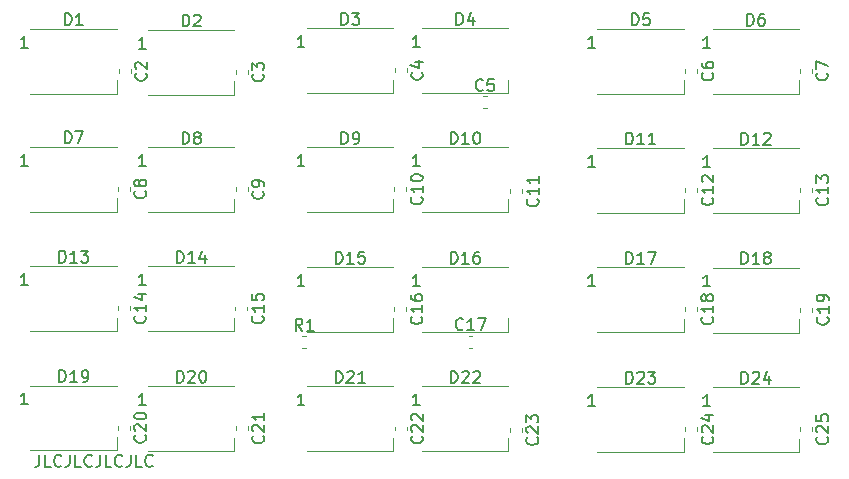
<source format=gbr>
G04 #@! TF.GenerationSoftware,KiCad,Pcbnew,(5.1.6)-1*
G04 #@! TF.CreationDate,2021-02-10T22:16:51+11:00*
G04 #@! TF.ProjectId,Caution_Light_Panel,43617574-696f-46e5-9f4c-696768745f50,rev?*
G04 #@! TF.SameCoordinates,Original*
G04 #@! TF.FileFunction,Legend,Top*
G04 #@! TF.FilePolarity,Positive*
%FSLAX46Y46*%
G04 Gerber Fmt 4.6, Leading zero omitted, Abs format (unit mm)*
G04 Created by KiCad (PCBNEW (5.1.6)-1) date 2021-02-10 22:16:51*
%MOMM*%
%LPD*%
G01*
G04 APERTURE LIST*
%ADD10C,0.150000*%
%ADD11C,0.120000*%
G04 APERTURE END LIST*
D10*
X116005952Y-108202380D02*
X116005952Y-108916666D01*
X115958333Y-109059523D01*
X115863095Y-109154761D01*
X115720238Y-109202380D01*
X115625000Y-109202380D01*
X116958333Y-109202380D02*
X116482142Y-109202380D01*
X116482142Y-108202380D01*
X117863095Y-109107142D02*
X117815476Y-109154761D01*
X117672619Y-109202380D01*
X117577380Y-109202380D01*
X117434523Y-109154761D01*
X117339285Y-109059523D01*
X117291666Y-108964285D01*
X117244047Y-108773809D01*
X117244047Y-108630952D01*
X117291666Y-108440476D01*
X117339285Y-108345238D01*
X117434523Y-108250000D01*
X117577380Y-108202380D01*
X117672619Y-108202380D01*
X117815476Y-108250000D01*
X117863095Y-108297619D01*
X118577380Y-108202380D02*
X118577380Y-108916666D01*
X118529761Y-109059523D01*
X118434523Y-109154761D01*
X118291666Y-109202380D01*
X118196428Y-109202380D01*
X119529761Y-109202380D02*
X119053571Y-109202380D01*
X119053571Y-108202380D01*
X120434523Y-109107142D02*
X120386904Y-109154761D01*
X120244047Y-109202380D01*
X120148809Y-109202380D01*
X120005952Y-109154761D01*
X119910714Y-109059523D01*
X119863095Y-108964285D01*
X119815476Y-108773809D01*
X119815476Y-108630952D01*
X119863095Y-108440476D01*
X119910714Y-108345238D01*
X120005952Y-108250000D01*
X120148809Y-108202380D01*
X120244047Y-108202380D01*
X120386904Y-108250000D01*
X120434523Y-108297619D01*
X121148809Y-108202380D02*
X121148809Y-108916666D01*
X121101190Y-109059523D01*
X121005952Y-109154761D01*
X120863095Y-109202380D01*
X120767857Y-109202380D01*
X122101190Y-109202380D02*
X121625000Y-109202380D01*
X121625000Y-108202380D01*
X123005952Y-109107142D02*
X122958333Y-109154761D01*
X122815476Y-109202380D01*
X122720238Y-109202380D01*
X122577380Y-109154761D01*
X122482142Y-109059523D01*
X122434523Y-108964285D01*
X122386904Y-108773809D01*
X122386904Y-108630952D01*
X122434523Y-108440476D01*
X122482142Y-108345238D01*
X122577380Y-108250000D01*
X122720238Y-108202380D01*
X122815476Y-108202380D01*
X122958333Y-108250000D01*
X123005952Y-108297619D01*
X123720238Y-108202380D02*
X123720238Y-108916666D01*
X123672619Y-109059523D01*
X123577380Y-109154761D01*
X123434523Y-109202380D01*
X123339285Y-109202380D01*
X124672619Y-109202380D02*
X124196428Y-109202380D01*
X124196428Y-108202380D01*
X125577380Y-109107142D02*
X125529761Y-109154761D01*
X125386904Y-109202380D01*
X125291666Y-109202380D01*
X125148809Y-109154761D01*
X125053571Y-109059523D01*
X125005952Y-108964285D01*
X124958333Y-108773809D01*
X124958333Y-108630952D01*
X125005952Y-108440476D01*
X125053571Y-108345238D01*
X125148809Y-108250000D01*
X125291666Y-108202380D01*
X125386904Y-108202380D01*
X125529761Y-108250000D01*
X125577380Y-108297619D01*
D11*
X138269721Y-98150000D02*
X138595279Y-98150000D01*
X138269721Y-99170000D02*
X138595279Y-99170000D01*
X181410000Y-105869721D02*
X181410000Y-106195279D01*
X180390000Y-105869721D02*
X180390000Y-106195279D01*
X171690000Y-105859721D02*
X171690000Y-106185279D01*
X170670000Y-105859721D02*
X170670000Y-106185279D01*
X156860000Y-105919721D02*
X156860000Y-106245279D01*
X155840000Y-105919721D02*
X155840000Y-106245279D01*
X147100000Y-105809721D02*
X147100000Y-106135279D01*
X146080000Y-105809721D02*
X146080000Y-106135279D01*
X133650000Y-105779721D02*
X133650000Y-106105279D01*
X132630000Y-105779721D02*
X132630000Y-106105279D01*
X123660000Y-105729721D02*
X123660000Y-106055279D01*
X122640000Y-105729721D02*
X122640000Y-106055279D01*
X181440000Y-95739721D02*
X181440000Y-96065279D01*
X180420000Y-95739721D02*
X180420000Y-96065279D01*
X171670000Y-95719721D02*
X171670000Y-96045279D01*
X170650000Y-95719721D02*
X170650000Y-96045279D01*
X152339721Y-98110000D02*
X152665279Y-98110000D01*
X152339721Y-99130000D02*
X152665279Y-99130000D01*
X147060000Y-95689721D02*
X147060000Y-96015279D01*
X146040000Y-95689721D02*
X146040000Y-96015279D01*
X133610000Y-95649721D02*
X133610000Y-95975279D01*
X132590000Y-95649721D02*
X132590000Y-95975279D01*
X123650000Y-95619721D02*
X123650000Y-95945279D01*
X122630000Y-95619721D02*
X122630000Y-95945279D01*
X181420000Y-85629721D02*
X181420000Y-85955279D01*
X180400000Y-85629721D02*
X180400000Y-85955279D01*
X171690000Y-85619721D02*
X171690000Y-85945279D01*
X170670000Y-85619721D02*
X170670000Y-85945279D01*
X156890000Y-85729721D02*
X156890000Y-86055279D01*
X155870000Y-85729721D02*
X155870000Y-86055279D01*
X147070000Y-85559721D02*
X147070000Y-85885279D01*
X146050000Y-85559721D02*
X146050000Y-85885279D01*
X133630000Y-85559721D02*
X133630000Y-85885279D01*
X132610000Y-85559721D02*
X132610000Y-85885279D01*
X123660000Y-85509721D02*
X123660000Y-85835279D01*
X122640000Y-85509721D02*
X122640000Y-85835279D01*
X181400000Y-75539721D02*
X181400000Y-75865279D01*
X180380000Y-75539721D02*
X180380000Y-75865279D01*
X171700000Y-75529721D02*
X171700000Y-75855279D01*
X170680000Y-75529721D02*
X170680000Y-75855279D01*
X153549721Y-77850000D02*
X153875279Y-77850000D01*
X153549721Y-78870000D02*
X153875279Y-78870000D01*
X147090000Y-75479721D02*
X147090000Y-75805279D01*
X146070000Y-75479721D02*
X146070000Y-75805279D01*
X133630000Y-75619721D02*
X133630000Y-75945279D01*
X132610000Y-75619721D02*
X132610000Y-75945279D01*
X123720000Y-75559721D02*
X123720000Y-75885279D01*
X122700000Y-75559721D02*
X122700000Y-75885279D01*
X122538000Y-77620000D02*
X122538000Y-76470000D01*
X115238000Y-77620000D02*
X122538000Y-77620000D01*
X115238000Y-72120000D02*
X122538000Y-72120000D01*
X180295000Y-77648400D02*
X180295000Y-76498400D01*
X172995000Y-77648400D02*
X180295000Y-77648400D01*
X172995000Y-72148400D02*
X180295000Y-72148400D01*
X180295000Y-107976000D02*
X180295000Y-106826000D01*
X172995000Y-107976000D02*
X180295000Y-107976000D01*
X172995000Y-102476000D02*
X180295000Y-102476000D01*
X170545000Y-107956000D02*
X170545000Y-106806000D01*
X163245000Y-107956000D02*
X170545000Y-107956000D01*
X163245000Y-102456000D02*
X170545000Y-102456000D01*
X155701000Y-107906000D02*
X155701000Y-106756000D01*
X148401000Y-107906000D02*
X155701000Y-107906000D01*
X148401000Y-102406000D02*
X155701000Y-102406000D01*
X145959000Y-107906000D02*
X145959000Y-106756000D01*
X138659000Y-107906000D02*
X145959000Y-107906000D01*
X138659000Y-102406000D02*
X145959000Y-102406000D01*
X132510000Y-107880000D02*
X132510000Y-106730000D01*
X125210000Y-107880000D02*
X132510000Y-107880000D01*
X125210000Y-102380000D02*
X132510000Y-102380000D01*
X122538000Y-107830000D02*
X122538000Y-106680000D01*
X115238000Y-107830000D02*
X122538000Y-107830000D01*
X115238000Y-102330000D02*
X122538000Y-102330000D01*
X180295000Y-97841200D02*
X180295000Y-96691200D01*
X172995000Y-97841200D02*
X180295000Y-97841200D01*
X172995000Y-92341200D02*
X180295000Y-92341200D01*
X170545000Y-97821400D02*
X170545000Y-96671400D01*
X163245000Y-97821400D02*
X170545000Y-97821400D01*
X163245000Y-92321400D02*
X170545000Y-92321400D01*
X155701000Y-97796800D02*
X155701000Y-96646800D01*
X148401000Y-97796800D02*
X155701000Y-97796800D01*
X148401000Y-92296800D02*
X155701000Y-92296800D01*
X145959000Y-97796600D02*
X145959000Y-96646600D01*
X138659000Y-97796600D02*
X145959000Y-97796600D01*
X138659000Y-92296600D02*
X145959000Y-92296600D01*
X132510000Y-97745800D02*
X132510000Y-96595800D01*
X125210000Y-97745800D02*
X132510000Y-97745800D01*
X125210000Y-92245800D02*
X132510000Y-92245800D01*
X122538000Y-97721200D02*
X122538000Y-96571200D01*
X115238000Y-97721200D02*
X122538000Y-97721200D01*
X115238000Y-92221200D02*
X122538000Y-92221200D01*
X180295000Y-87732200D02*
X180295000Y-86582200D01*
X172995000Y-87732200D02*
X180295000Y-87732200D01*
X172995000Y-82232200D02*
X180295000Y-82232200D01*
X170545000Y-87712200D02*
X170545000Y-86562200D01*
X163245000Y-87712200D02*
X170545000Y-87712200D01*
X163245000Y-82212200D02*
X170545000Y-82212200D01*
X155701000Y-87662000D02*
X155701000Y-86512000D01*
X148401000Y-87662000D02*
X155701000Y-87662000D01*
X148401000Y-82162000D02*
X155701000Y-82162000D01*
X145959000Y-87662000D02*
X145959000Y-86512000D01*
X138659000Y-87662000D02*
X145959000Y-87662000D01*
X138659000Y-82162000D02*
X145959000Y-82162000D01*
X132510000Y-87662200D02*
X132510000Y-86512200D01*
X125210000Y-87662200D02*
X132510000Y-87662200D01*
X125210000Y-82162200D02*
X132510000Y-82162200D01*
X122538000Y-87612000D02*
X122538000Y-86462000D01*
X115238000Y-87612000D02*
X122538000Y-87612000D01*
X115238000Y-82112000D02*
X122538000Y-82112000D01*
X170545000Y-77628400D02*
X170545000Y-76478400D01*
X163245000Y-77628400D02*
X170545000Y-77628400D01*
X163245000Y-72128400D02*
X170545000Y-72128400D01*
X155701000Y-77578400D02*
X155701000Y-76428400D01*
X148401000Y-77578400D02*
X155701000Y-77578400D01*
X148401000Y-72078400D02*
X155701000Y-72078400D01*
X145959000Y-77578400D02*
X145959000Y-76428400D01*
X138659000Y-77578400D02*
X145959000Y-77578400D01*
X138659000Y-72078400D02*
X145959000Y-72078400D01*
X132510000Y-77720000D02*
X132510000Y-76570000D01*
X125210000Y-77720000D02*
X132510000Y-77720000D01*
X125210000Y-72220000D02*
X132510000Y-72220000D01*
D10*
X138265833Y-97682380D02*
X137932500Y-97206190D01*
X137694404Y-97682380D02*
X137694404Y-96682380D01*
X138075357Y-96682380D01*
X138170595Y-96730000D01*
X138218214Y-96777619D01*
X138265833Y-96872857D01*
X138265833Y-97015714D01*
X138218214Y-97110952D01*
X138170595Y-97158571D01*
X138075357Y-97206190D01*
X137694404Y-97206190D01*
X139218214Y-97682380D02*
X138646785Y-97682380D01*
X138932500Y-97682380D02*
X138932500Y-96682380D01*
X138837261Y-96825238D01*
X138742023Y-96920476D01*
X138646785Y-96968095D01*
X182687142Y-106675357D02*
X182734761Y-106722976D01*
X182782380Y-106865833D01*
X182782380Y-106961071D01*
X182734761Y-107103928D01*
X182639523Y-107199166D01*
X182544285Y-107246785D01*
X182353809Y-107294404D01*
X182210952Y-107294404D01*
X182020476Y-107246785D01*
X181925238Y-107199166D01*
X181830000Y-107103928D01*
X181782380Y-106961071D01*
X181782380Y-106865833D01*
X181830000Y-106722976D01*
X181877619Y-106675357D01*
X181877619Y-106294404D02*
X181830000Y-106246785D01*
X181782380Y-106151547D01*
X181782380Y-105913452D01*
X181830000Y-105818214D01*
X181877619Y-105770595D01*
X181972857Y-105722976D01*
X182068095Y-105722976D01*
X182210952Y-105770595D01*
X182782380Y-106342023D01*
X182782380Y-105722976D01*
X181782380Y-104818214D02*
X181782380Y-105294404D01*
X182258571Y-105342023D01*
X182210952Y-105294404D01*
X182163333Y-105199166D01*
X182163333Y-104961071D01*
X182210952Y-104865833D01*
X182258571Y-104818214D01*
X182353809Y-104770595D01*
X182591904Y-104770595D01*
X182687142Y-104818214D01*
X182734761Y-104865833D01*
X182782380Y-104961071D01*
X182782380Y-105199166D01*
X182734761Y-105294404D01*
X182687142Y-105342023D01*
X172967142Y-106665357D02*
X173014761Y-106712976D01*
X173062380Y-106855833D01*
X173062380Y-106951071D01*
X173014761Y-107093928D01*
X172919523Y-107189166D01*
X172824285Y-107236785D01*
X172633809Y-107284404D01*
X172490952Y-107284404D01*
X172300476Y-107236785D01*
X172205238Y-107189166D01*
X172110000Y-107093928D01*
X172062380Y-106951071D01*
X172062380Y-106855833D01*
X172110000Y-106712976D01*
X172157619Y-106665357D01*
X172157619Y-106284404D02*
X172110000Y-106236785D01*
X172062380Y-106141547D01*
X172062380Y-105903452D01*
X172110000Y-105808214D01*
X172157619Y-105760595D01*
X172252857Y-105712976D01*
X172348095Y-105712976D01*
X172490952Y-105760595D01*
X173062380Y-106332023D01*
X173062380Y-105712976D01*
X172395714Y-104855833D02*
X173062380Y-104855833D01*
X172014761Y-105093928D02*
X172729047Y-105332023D01*
X172729047Y-104712976D01*
X158137142Y-106725357D02*
X158184761Y-106772976D01*
X158232380Y-106915833D01*
X158232380Y-107011071D01*
X158184761Y-107153928D01*
X158089523Y-107249166D01*
X157994285Y-107296785D01*
X157803809Y-107344404D01*
X157660952Y-107344404D01*
X157470476Y-107296785D01*
X157375238Y-107249166D01*
X157280000Y-107153928D01*
X157232380Y-107011071D01*
X157232380Y-106915833D01*
X157280000Y-106772976D01*
X157327619Y-106725357D01*
X157327619Y-106344404D02*
X157280000Y-106296785D01*
X157232380Y-106201547D01*
X157232380Y-105963452D01*
X157280000Y-105868214D01*
X157327619Y-105820595D01*
X157422857Y-105772976D01*
X157518095Y-105772976D01*
X157660952Y-105820595D01*
X158232380Y-106392023D01*
X158232380Y-105772976D01*
X157232380Y-105439642D02*
X157232380Y-104820595D01*
X157613333Y-105153928D01*
X157613333Y-105011071D01*
X157660952Y-104915833D01*
X157708571Y-104868214D01*
X157803809Y-104820595D01*
X158041904Y-104820595D01*
X158137142Y-104868214D01*
X158184761Y-104915833D01*
X158232380Y-105011071D01*
X158232380Y-105296785D01*
X158184761Y-105392023D01*
X158137142Y-105439642D01*
X148377142Y-106615357D02*
X148424761Y-106662976D01*
X148472380Y-106805833D01*
X148472380Y-106901071D01*
X148424761Y-107043928D01*
X148329523Y-107139166D01*
X148234285Y-107186785D01*
X148043809Y-107234404D01*
X147900952Y-107234404D01*
X147710476Y-107186785D01*
X147615238Y-107139166D01*
X147520000Y-107043928D01*
X147472380Y-106901071D01*
X147472380Y-106805833D01*
X147520000Y-106662976D01*
X147567619Y-106615357D01*
X147567619Y-106234404D02*
X147520000Y-106186785D01*
X147472380Y-106091547D01*
X147472380Y-105853452D01*
X147520000Y-105758214D01*
X147567619Y-105710595D01*
X147662857Y-105662976D01*
X147758095Y-105662976D01*
X147900952Y-105710595D01*
X148472380Y-106282023D01*
X148472380Y-105662976D01*
X147567619Y-105282023D02*
X147520000Y-105234404D01*
X147472380Y-105139166D01*
X147472380Y-104901071D01*
X147520000Y-104805833D01*
X147567619Y-104758214D01*
X147662857Y-104710595D01*
X147758095Y-104710595D01*
X147900952Y-104758214D01*
X148472380Y-105329642D01*
X148472380Y-104710595D01*
X134927142Y-106585357D02*
X134974761Y-106632976D01*
X135022380Y-106775833D01*
X135022380Y-106871071D01*
X134974761Y-107013928D01*
X134879523Y-107109166D01*
X134784285Y-107156785D01*
X134593809Y-107204404D01*
X134450952Y-107204404D01*
X134260476Y-107156785D01*
X134165238Y-107109166D01*
X134070000Y-107013928D01*
X134022380Y-106871071D01*
X134022380Y-106775833D01*
X134070000Y-106632976D01*
X134117619Y-106585357D01*
X134117619Y-106204404D02*
X134070000Y-106156785D01*
X134022380Y-106061547D01*
X134022380Y-105823452D01*
X134070000Y-105728214D01*
X134117619Y-105680595D01*
X134212857Y-105632976D01*
X134308095Y-105632976D01*
X134450952Y-105680595D01*
X135022380Y-106252023D01*
X135022380Y-105632976D01*
X135022380Y-104680595D02*
X135022380Y-105252023D01*
X135022380Y-104966309D02*
X134022380Y-104966309D01*
X134165238Y-105061547D01*
X134260476Y-105156785D01*
X134308095Y-105252023D01*
X124937142Y-106535357D02*
X124984761Y-106582976D01*
X125032380Y-106725833D01*
X125032380Y-106821071D01*
X124984761Y-106963928D01*
X124889523Y-107059166D01*
X124794285Y-107106785D01*
X124603809Y-107154404D01*
X124460952Y-107154404D01*
X124270476Y-107106785D01*
X124175238Y-107059166D01*
X124080000Y-106963928D01*
X124032380Y-106821071D01*
X124032380Y-106725833D01*
X124080000Y-106582976D01*
X124127619Y-106535357D01*
X124127619Y-106154404D02*
X124080000Y-106106785D01*
X124032380Y-106011547D01*
X124032380Y-105773452D01*
X124080000Y-105678214D01*
X124127619Y-105630595D01*
X124222857Y-105582976D01*
X124318095Y-105582976D01*
X124460952Y-105630595D01*
X125032380Y-106202023D01*
X125032380Y-105582976D01*
X124032380Y-104963928D02*
X124032380Y-104868690D01*
X124080000Y-104773452D01*
X124127619Y-104725833D01*
X124222857Y-104678214D01*
X124413333Y-104630595D01*
X124651428Y-104630595D01*
X124841904Y-104678214D01*
X124937142Y-104725833D01*
X124984761Y-104773452D01*
X125032380Y-104868690D01*
X125032380Y-104963928D01*
X124984761Y-105059166D01*
X124937142Y-105106785D01*
X124841904Y-105154404D01*
X124651428Y-105202023D01*
X124413333Y-105202023D01*
X124222857Y-105154404D01*
X124127619Y-105106785D01*
X124080000Y-105059166D01*
X124032380Y-104963928D01*
X182717142Y-96545357D02*
X182764761Y-96592976D01*
X182812380Y-96735833D01*
X182812380Y-96831071D01*
X182764761Y-96973928D01*
X182669523Y-97069166D01*
X182574285Y-97116785D01*
X182383809Y-97164404D01*
X182240952Y-97164404D01*
X182050476Y-97116785D01*
X181955238Y-97069166D01*
X181860000Y-96973928D01*
X181812380Y-96831071D01*
X181812380Y-96735833D01*
X181860000Y-96592976D01*
X181907619Y-96545357D01*
X182812380Y-95592976D02*
X182812380Y-96164404D01*
X182812380Y-95878690D02*
X181812380Y-95878690D01*
X181955238Y-95973928D01*
X182050476Y-96069166D01*
X182098095Y-96164404D01*
X182812380Y-95116785D02*
X182812380Y-94926309D01*
X182764761Y-94831071D01*
X182717142Y-94783452D01*
X182574285Y-94688214D01*
X182383809Y-94640595D01*
X182002857Y-94640595D01*
X181907619Y-94688214D01*
X181860000Y-94735833D01*
X181812380Y-94831071D01*
X181812380Y-95021547D01*
X181860000Y-95116785D01*
X181907619Y-95164404D01*
X182002857Y-95212023D01*
X182240952Y-95212023D01*
X182336190Y-95164404D01*
X182383809Y-95116785D01*
X182431428Y-95021547D01*
X182431428Y-94831071D01*
X182383809Y-94735833D01*
X182336190Y-94688214D01*
X182240952Y-94640595D01*
X172947142Y-96525357D02*
X172994761Y-96572976D01*
X173042380Y-96715833D01*
X173042380Y-96811071D01*
X172994761Y-96953928D01*
X172899523Y-97049166D01*
X172804285Y-97096785D01*
X172613809Y-97144404D01*
X172470952Y-97144404D01*
X172280476Y-97096785D01*
X172185238Y-97049166D01*
X172090000Y-96953928D01*
X172042380Y-96811071D01*
X172042380Y-96715833D01*
X172090000Y-96572976D01*
X172137619Y-96525357D01*
X173042380Y-95572976D02*
X173042380Y-96144404D01*
X173042380Y-95858690D02*
X172042380Y-95858690D01*
X172185238Y-95953928D01*
X172280476Y-96049166D01*
X172328095Y-96144404D01*
X172470952Y-95001547D02*
X172423333Y-95096785D01*
X172375714Y-95144404D01*
X172280476Y-95192023D01*
X172232857Y-95192023D01*
X172137619Y-95144404D01*
X172090000Y-95096785D01*
X172042380Y-95001547D01*
X172042380Y-94811071D01*
X172090000Y-94715833D01*
X172137619Y-94668214D01*
X172232857Y-94620595D01*
X172280476Y-94620595D01*
X172375714Y-94668214D01*
X172423333Y-94715833D01*
X172470952Y-94811071D01*
X172470952Y-95001547D01*
X172518571Y-95096785D01*
X172566190Y-95144404D01*
X172661428Y-95192023D01*
X172851904Y-95192023D01*
X172947142Y-95144404D01*
X172994761Y-95096785D01*
X173042380Y-95001547D01*
X173042380Y-94811071D01*
X172994761Y-94715833D01*
X172947142Y-94668214D01*
X172851904Y-94620595D01*
X172661428Y-94620595D01*
X172566190Y-94668214D01*
X172518571Y-94715833D01*
X172470952Y-94811071D01*
X151859642Y-97547142D02*
X151812023Y-97594761D01*
X151669166Y-97642380D01*
X151573928Y-97642380D01*
X151431071Y-97594761D01*
X151335833Y-97499523D01*
X151288214Y-97404285D01*
X151240595Y-97213809D01*
X151240595Y-97070952D01*
X151288214Y-96880476D01*
X151335833Y-96785238D01*
X151431071Y-96690000D01*
X151573928Y-96642380D01*
X151669166Y-96642380D01*
X151812023Y-96690000D01*
X151859642Y-96737619D01*
X152812023Y-97642380D02*
X152240595Y-97642380D01*
X152526309Y-97642380D02*
X152526309Y-96642380D01*
X152431071Y-96785238D01*
X152335833Y-96880476D01*
X152240595Y-96928095D01*
X153145357Y-96642380D02*
X153812023Y-96642380D01*
X153383452Y-97642380D01*
X148337142Y-96495357D02*
X148384761Y-96542976D01*
X148432380Y-96685833D01*
X148432380Y-96781071D01*
X148384761Y-96923928D01*
X148289523Y-97019166D01*
X148194285Y-97066785D01*
X148003809Y-97114404D01*
X147860952Y-97114404D01*
X147670476Y-97066785D01*
X147575238Y-97019166D01*
X147480000Y-96923928D01*
X147432380Y-96781071D01*
X147432380Y-96685833D01*
X147480000Y-96542976D01*
X147527619Y-96495357D01*
X148432380Y-95542976D02*
X148432380Y-96114404D01*
X148432380Y-95828690D02*
X147432380Y-95828690D01*
X147575238Y-95923928D01*
X147670476Y-96019166D01*
X147718095Y-96114404D01*
X147432380Y-94685833D02*
X147432380Y-94876309D01*
X147480000Y-94971547D01*
X147527619Y-95019166D01*
X147670476Y-95114404D01*
X147860952Y-95162023D01*
X148241904Y-95162023D01*
X148337142Y-95114404D01*
X148384761Y-95066785D01*
X148432380Y-94971547D01*
X148432380Y-94781071D01*
X148384761Y-94685833D01*
X148337142Y-94638214D01*
X148241904Y-94590595D01*
X148003809Y-94590595D01*
X147908571Y-94638214D01*
X147860952Y-94685833D01*
X147813333Y-94781071D01*
X147813333Y-94971547D01*
X147860952Y-95066785D01*
X147908571Y-95114404D01*
X148003809Y-95162023D01*
X134887142Y-96455357D02*
X134934761Y-96502976D01*
X134982380Y-96645833D01*
X134982380Y-96741071D01*
X134934761Y-96883928D01*
X134839523Y-96979166D01*
X134744285Y-97026785D01*
X134553809Y-97074404D01*
X134410952Y-97074404D01*
X134220476Y-97026785D01*
X134125238Y-96979166D01*
X134030000Y-96883928D01*
X133982380Y-96741071D01*
X133982380Y-96645833D01*
X134030000Y-96502976D01*
X134077619Y-96455357D01*
X134982380Y-95502976D02*
X134982380Y-96074404D01*
X134982380Y-95788690D02*
X133982380Y-95788690D01*
X134125238Y-95883928D01*
X134220476Y-95979166D01*
X134268095Y-96074404D01*
X133982380Y-94598214D02*
X133982380Y-95074404D01*
X134458571Y-95122023D01*
X134410952Y-95074404D01*
X134363333Y-94979166D01*
X134363333Y-94741071D01*
X134410952Y-94645833D01*
X134458571Y-94598214D01*
X134553809Y-94550595D01*
X134791904Y-94550595D01*
X134887142Y-94598214D01*
X134934761Y-94645833D01*
X134982380Y-94741071D01*
X134982380Y-94979166D01*
X134934761Y-95074404D01*
X134887142Y-95122023D01*
X124927142Y-96425357D02*
X124974761Y-96472976D01*
X125022380Y-96615833D01*
X125022380Y-96711071D01*
X124974761Y-96853928D01*
X124879523Y-96949166D01*
X124784285Y-96996785D01*
X124593809Y-97044404D01*
X124450952Y-97044404D01*
X124260476Y-96996785D01*
X124165238Y-96949166D01*
X124070000Y-96853928D01*
X124022380Y-96711071D01*
X124022380Y-96615833D01*
X124070000Y-96472976D01*
X124117619Y-96425357D01*
X125022380Y-95472976D02*
X125022380Y-96044404D01*
X125022380Y-95758690D02*
X124022380Y-95758690D01*
X124165238Y-95853928D01*
X124260476Y-95949166D01*
X124308095Y-96044404D01*
X124355714Y-94615833D02*
X125022380Y-94615833D01*
X123974761Y-94853928D02*
X124689047Y-95092023D01*
X124689047Y-94472976D01*
X182697142Y-86435357D02*
X182744761Y-86482976D01*
X182792380Y-86625833D01*
X182792380Y-86721071D01*
X182744761Y-86863928D01*
X182649523Y-86959166D01*
X182554285Y-87006785D01*
X182363809Y-87054404D01*
X182220952Y-87054404D01*
X182030476Y-87006785D01*
X181935238Y-86959166D01*
X181840000Y-86863928D01*
X181792380Y-86721071D01*
X181792380Y-86625833D01*
X181840000Y-86482976D01*
X181887619Y-86435357D01*
X182792380Y-85482976D02*
X182792380Y-86054404D01*
X182792380Y-85768690D02*
X181792380Y-85768690D01*
X181935238Y-85863928D01*
X182030476Y-85959166D01*
X182078095Y-86054404D01*
X181792380Y-85149642D02*
X181792380Y-84530595D01*
X182173333Y-84863928D01*
X182173333Y-84721071D01*
X182220952Y-84625833D01*
X182268571Y-84578214D01*
X182363809Y-84530595D01*
X182601904Y-84530595D01*
X182697142Y-84578214D01*
X182744761Y-84625833D01*
X182792380Y-84721071D01*
X182792380Y-85006785D01*
X182744761Y-85102023D01*
X182697142Y-85149642D01*
X172967142Y-86425357D02*
X173014761Y-86472976D01*
X173062380Y-86615833D01*
X173062380Y-86711071D01*
X173014761Y-86853928D01*
X172919523Y-86949166D01*
X172824285Y-86996785D01*
X172633809Y-87044404D01*
X172490952Y-87044404D01*
X172300476Y-86996785D01*
X172205238Y-86949166D01*
X172110000Y-86853928D01*
X172062380Y-86711071D01*
X172062380Y-86615833D01*
X172110000Y-86472976D01*
X172157619Y-86425357D01*
X173062380Y-85472976D02*
X173062380Y-86044404D01*
X173062380Y-85758690D02*
X172062380Y-85758690D01*
X172205238Y-85853928D01*
X172300476Y-85949166D01*
X172348095Y-86044404D01*
X172157619Y-85092023D02*
X172110000Y-85044404D01*
X172062380Y-84949166D01*
X172062380Y-84711071D01*
X172110000Y-84615833D01*
X172157619Y-84568214D01*
X172252857Y-84520595D01*
X172348095Y-84520595D01*
X172490952Y-84568214D01*
X173062380Y-85139642D01*
X173062380Y-84520595D01*
X158167142Y-86535357D02*
X158214761Y-86582976D01*
X158262380Y-86725833D01*
X158262380Y-86821071D01*
X158214761Y-86963928D01*
X158119523Y-87059166D01*
X158024285Y-87106785D01*
X157833809Y-87154404D01*
X157690952Y-87154404D01*
X157500476Y-87106785D01*
X157405238Y-87059166D01*
X157310000Y-86963928D01*
X157262380Y-86821071D01*
X157262380Y-86725833D01*
X157310000Y-86582976D01*
X157357619Y-86535357D01*
X158262380Y-85582976D02*
X158262380Y-86154404D01*
X158262380Y-85868690D02*
X157262380Y-85868690D01*
X157405238Y-85963928D01*
X157500476Y-86059166D01*
X157548095Y-86154404D01*
X158262380Y-84630595D02*
X158262380Y-85202023D01*
X158262380Y-84916309D02*
X157262380Y-84916309D01*
X157405238Y-85011547D01*
X157500476Y-85106785D01*
X157548095Y-85202023D01*
X148347142Y-86365357D02*
X148394761Y-86412976D01*
X148442380Y-86555833D01*
X148442380Y-86651071D01*
X148394761Y-86793928D01*
X148299523Y-86889166D01*
X148204285Y-86936785D01*
X148013809Y-86984404D01*
X147870952Y-86984404D01*
X147680476Y-86936785D01*
X147585238Y-86889166D01*
X147490000Y-86793928D01*
X147442380Y-86651071D01*
X147442380Y-86555833D01*
X147490000Y-86412976D01*
X147537619Y-86365357D01*
X148442380Y-85412976D02*
X148442380Y-85984404D01*
X148442380Y-85698690D02*
X147442380Y-85698690D01*
X147585238Y-85793928D01*
X147680476Y-85889166D01*
X147728095Y-85984404D01*
X147442380Y-84793928D02*
X147442380Y-84698690D01*
X147490000Y-84603452D01*
X147537619Y-84555833D01*
X147632857Y-84508214D01*
X147823333Y-84460595D01*
X148061428Y-84460595D01*
X148251904Y-84508214D01*
X148347142Y-84555833D01*
X148394761Y-84603452D01*
X148442380Y-84698690D01*
X148442380Y-84793928D01*
X148394761Y-84889166D01*
X148347142Y-84936785D01*
X148251904Y-84984404D01*
X148061428Y-85032023D01*
X147823333Y-85032023D01*
X147632857Y-84984404D01*
X147537619Y-84936785D01*
X147490000Y-84889166D01*
X147442380Y-84793928D01*
X134907142Y-85889166D02*
X134954761Y-85936785D01*
X135002380Y-86079642D01*
X135002380Y-86174880D01*
X134954761Y-86317738D01*
X134859523Y-86412976D01*
X134764285Y-86460595D01*
X134573809Y-86508214D01*
X134430952Y-86508214D01*
X134240476Y-86460595D01*
X134145238Y-86412976D01*
X134050000Y-86317738D01*
X134002380Y-86174880D01*
X134002380Y-86079642D01*
X134050000Y-85936785D01*
X134097619Y-85889166D01*
X135002380Y-85412976D02*
X135002380Y-85222500D01*
X134954761Y-85127261D01*
X134907142Y-85079642D01*
X134764285Y-84984404D01*
X134573809Y-84936785D01*
X134192857Y-84936785D01*
X134097619Y-84984404D01*
X134050000Y-85032023D01*
X134002380Y-85127261D01*
X134002380Y-85317738D01*
X134050000Y-85412976D01*
X134097619Y-85460595D01*
X134192857Y-85508214D01*
X134430952Y-85508214D01*
X134526190Y-85460595D01*
X134573809Y-85412976D01*
X134621428Y-85317738D01*
X134621428Y-85127261D01*
X134573809Y-85032023D01*
X134526190Y-84984404D01*
X134430952Y-84936785D01*
X124937142Y-85839166D02*
X124984761Y-85886785D01*
X125032380Y-86029642D01*
X125032380Y-86124880D01*
X124984761Y-86267738D01*
X124889523Y-86362976D01*
X124794285Y-86410595D01*
X124603809Y-86458214D01*
X124460952Y-86458214D01*
X124270476Y-86410595D01*
X124175238Y-86362976D01*
X124080000Y-86267738D01*
X124032380Y-86124880D01*
X124032380Y-86029642D01*
X124080000Y-85886785D01*
X124127619Y-85839166D01*
X124460952Y-85267738D02*
X124413333Y-85362976D01*
X124365714Y-85410595D01*
X124270476Y-85458214D01*
X124222857Y-85458214D01*
X124127619Y-85410595D01*
X124080000Y-85362976D01*
X124032380Y-85267738D01*
X124032380Y-85077261D01*
X124080000Y-84982023D01*
X124127619Y-84934404D01*
X124222857Y-84886785D01*
X124270476Y-84886785D01*
X124365714Y-84934404D01*
X124413333Y-84982023D01*
X124460952Y-85077261D01*
X124460952Y-85267738D01*
X124508571Y-85362976D01*
X124556190Y-85410595D01*
X124651428Y-85458214D01*
X124841904Y-85458214D01*
X124937142Y-85410595D01*
X124984761Y-85362976D01*
X125032380Y-85267738D01*
X125032380Y-85077261D01*
X124984761Y-84982023D01*
X124937142Y-84934404D01*
X124841904Y-84886785D01*
X124651428Y-84886785D01*
X124556190Y-84934404D01*
X124508571Y-84982023D01*
X124460952Y-85077261D01*
X182677142Y-75869166D02*
X182724761Y-75916785D01*
X182772380Y-76059642D01*
X182772380Y-76154880D01*
X182724761Y-76297738D01*
X182629523Y-76392976D01*
X182534285Y-76440595D01*
X182343809Y-76488214D01*
X182200952Y-76488214D01*
X182010476Y-76440595D01*
X181915238Y-76392976D01*
X181820000Y-76297738D01*
X181772380Y-76154880D01*
X181772380Y-76059642D01*
X181820000Y-75916785D01*
X181867619Y-75869166D01*
X181772380Y-75535833D02*
X181772380Y-74869166D01*
X182772380Y-75297738D01*
X172977142Y-75859166D02*
X173024761Y-75906785D01*
X173072380Y-76049642D01*
X173072380Y-76144880D01*
X173024761Y-76287738D01*
X172929523Y-76382976D01*
X172834285Y-76430595D01*
X172643809Y-76478214D01*
X172500952Y-76478214D01*
X172310476Y-76430595D01*
X172215238Y-76382976D01*
X172120000Y-76287738D01*
X172072380Y-76144880D01*
X172072380Y-76049642D01*
X172120000Y-75906785D01*
X172167619Y-75859166D01*
X172072380Y-75002023D02*
X172072380Y-75192500D01*
X172120000Y-75287738D01*
X172167619Y-75335357D01*
X172310476Y-75430595D01*
X172500952Y-75478214D01*
X172881904Y-75478214D01*
X172977142Y-75430595D01*
X173024761Y-75382976D01*
X173072380Y-75287738D01*
X173072380Y-75097261D01*
X173024761Y-75002023D01*
X172977142Y-74954404D01*
X172881904Y-74906785D01*
X172643809Y-74906785D01*
X172548571Y-74954404D01*
X172500952Y-75002023D01*
X172453333Y-75097261D01*
X172453333Y-75287738D01*
X172500952Y-75382976D01*
X172548571Y-75430595D01*
X172643809Y-75478214D01*
X153545833Y-77287142D02*
X153498214Y-77334761D01*
X153355357Y-77382380D01*
X153260119Y-77382380D01*
X153117261Y-77334761D01*
X153022023Y-77239523D01*
X152974404Y-77144285D01*
X152926785Y-76953809D01*
X152926785Y-76810952D01*
X152974404Y-76620476D01*
X153022023Y-76525238D01*
X153117261Y-76430000D01*
X153260119Y-76382380D01*
X153355357Y-76382380D01*
X153498214Y-76430000D01*
X153545833Y-76477619D01*
X154450595Y-76382380D02*
X153974404Y-76382380D01*
X153926785Y-76858571D01*
X153974404Y-76810952D01*
X154069642Y-76763333D01*
X154307738Y-76763333D01*
X154402976Y-76810952D01*
X154450595Y-76858571D01*
X154498214Y-76953809D01*
X154498214Y-77191904D01*
X154450595Y-77287142D01*
X154402976Y-77334761D01*
X154307738Y-77382380D01*
X154069642Y-77382380D01*
X153974404Y-77334761D01*
X153926785Y-77287142D01*
X148367142Y-75809166D02*
X148414761Y-75856785D01*
X148462380Y-75999642D01*
X148462380Y-76094880D01*
X148414761Y-76237738D01*
X148319523Y-76332976D01*
X148224285Y-76380595D01*
X148033809Y-76428214D01*
X147890952Y-76428214D01*
X147700476Y-76380595D01*
X147605238Y-76332976D01*
X147510000Y-76237738D01*
X147462380Y-76094880D01*
X147462380Y-75999642D01*
X147510000Y-75856785D01*
X147557619Y-75809166D01*
X147795714Y-74952023D02*
X148462380Y-74952023D01*
X147414761Y-75190119D02*
X148129047Y-75428214D01*
X148129047Y-74809166D01*
X134907142Y-75949166D02*
X134954761Y-75996785D01*
X135002380Y-76139642D01*
X135002380Y-76234880D01*
X134954761Y-76377738D01*
X134859523Y-76472976D01*
X134764285Y-76520595D01*
X134573809Y-76568214D01*
X134430952Y-76568214D01*
X134240476Y-76520595D01*
X134145238Y-76472976D01*
X134050000Y-76377738D01*
X134002380Y-76234880D01*
X134002380Y-76139642D01*
X134050000Y-75996785D01*
X134097619Y-75949166D01*
X134002380Y-75615833D02*
X134002380Y-74996785D01*
X134383333Y-75330119D01*
X134383333Y-75187261D01*
X134430952Y-75092023D01*
X134478571Y-75044404D01*
X134573809Y-74996785D01*
X134811904Y-74996785D01*
X134907142Y-75044404D01*
X134954761Y-75092023D01*
X135002380Y-75187261D01*
X135002380Y-75472976D01*
X134954761Y-75568214D01*
X134907142Y-75615833D01*
X124997142Y-75889166D02*
X125044761Y-75936785D01*
X125092380Y-76079642D01*
X125092380Y-76174880D01*
X125044761Y-76317738D01*
X124949523Y-76412976D01*
X124854285Y-76460595D01*
X124663809Y-76508214D01*
X124520952Y-76508214D01*
X124330476Y-76460595D01*
X124235238Y-76412976D01*
X124140000Y-76317738D01*
X124092380Y-76174880D01*
X124092380Y-76079642D01*
X124140000Y-75936785D01*
X124187619Y-75889166D01*
X124187619Y-75508214D02*
X124140000Y-75460595D01*
X124092380Y-75365357D01*
X124092380Y-75127261D01*
X124140000Y-75032023D01*
X124187619Y-74984404D01*
X124282857Y-74936785D01*
X124378095Y-74936785D01*
X124520952Y-74984404D01*
X125092380Y-75555833D01*
X125092380Y-74936785D01*
X118149904Y-71822380D02*
X118149904Y-70822380D01*
X118388000Y-70822380D01*
X118530857Y-70870000D01*
X118626095Y-70965238D01*
X118673714Y-71060476D01*
X118721333Y-71250952D01*
X118721333Y-71393809D01*
X118673714Y-71584285D01*
X118626095Y-71679523D01*
X118530857Y-71774761D01*
X118388000Y-71822380D01*
X118149904Y-71822380D01*
X119673714Y-71822380D02*
X119102285Y-71822380D01*
X119388000Y-71822380D02*
X119388000Y-70822380D01*
X119292761Y-70965238D01*
X119197523Y-71060476D01*
X119102285Y-71108095D01*
X115023714Y-73722380D02*
X114452285Y-73722380D01*
X114738000Y-73722380D02*
X114738000Y-72722380D01*
X114642761Y-72865238D01*
X114547523Y-72960476D01*
X114452285Y-73008095D01*
X175906904Y-71850780D02*
X175906904Y-70850780D01*
X176145000Y-70850780D01*
X176287857Y-70898400D01*
X176383095Y-70993638D01*
X176430714Y-71088876D01*
X176478333Y-71279352D01*
X176478333Y-71422209D01*
X176430714Y-71612685D01*
X176383095Y-71707923D01*
X176287857Y-71803161D01*
X176145000Y-71850780D01*
X175906904Y-71850780D01*
X177335476Y-70850780D02*
X177145000Y-70850780D01*
X177049761Y-70898400D01*
X177002142Y-70946019D01*
X176906904Y-71088876D01*
X176859285Y-71279352D01*
X176859285Y-71660304D01*
X176906904Y-71755542D01*
X176954523Y-71803161D01*
X177049761Y-71850780D01*
X177240238Y-71850780D01*
X177335476Y-71803161D01*
X177383095Y-71755542D01*
X177430714Y-71660304D01*
X177430714Y-71422209D01*
X177383095Y-71326971D01*
X177335476Y-71279352D01*
X177240238Y-71231733D01*
X177049761Y-71231733D01*
X176954523Y-71279352D01*
X176906904Y-71326971D01*
X176859285Y-71422209D01*
X172780714Y-73750780D02*
X172209285Y-73750780D01*
X172495000Y-73750780D02*
X172495000Y-72750780D01*
X172399761Y-72893638D01*
X172304523Y-72988876D01*
X172209285Y-73036495D01*
X175430714Y-102178380D02*
X175430714Y-101178380D01*
X175668809Y-101178380D01*
X175811666Y-101226000D01*
X175906904Y-101321238D01*
X175954523Y-101416476D01*
X176002142Y-101606952D01*
X176002142Y-101749809D01*
X175954523Y-101940285D01*
X175906904Y-102035523D01*
X175811666Y-102130761D01*
X175668809Y-102178380D01*
X175430714Y-102178380D01*
X176383095Y-101273619D02*
X176430714Y-101226000D01*
X176525952Y-101178380D01*
X176764047Y-101178380D01*
X176859285Y-101226000D01*
X176906904Y-101273619D01*
X176954523Y-101368857D01*
X176954523Y-101464095D01*
X176906904Y-101606952D01*
X176335476Y-102178380D01*
X176954523Y-102178380D01*
X177811666Y-101511714D02*
X177811666Y-102178380D01*
X177573571Y-101130761D02*
X177335476Y-101845047D01*
X177954523Y-101845047D01*
X172780714Y-104078380D02*
X172209285Y-104078380D01*
X172495000Y-104078380D02*
X172495000Y-103078380D01*
X172399761Y-103221238D01*
X172304523Y-103316476D01*
X172209285Y-103364095D01*
X165680714Y-102158380D02*
X165680714Y-101158380D01*
X165918809Y-101158380D01*
X166061666Y-101206000D01*
X166156904Y-101301238D01*
X166204523Y-101396476D01*
X166252142Y-101586952D01*
X166252142Y-101729809D01*
X166204523Y-101920285D01*
X166156904Y-102015523D01*
X166061666Y-102110761D01*
X165918809Y-102158380D01*
X165680714Y-102158380D01*
X166633095Y-101253619D02*
X166680714Y-101206000D01*
X166775952Y-101158380D01*
X167014047Y-101158380D01*
X167109285Y-101206000D01*
X167156904Y-101253619D01*
X167204523Y-101348857D01*
X167204523Y-101444095D01*
X167156904Y-101586952D01*
X166585476Y-102158380D01*
X167204523Y-102158380D01*
X167537857Y-101158380D02*
X168156904Y-101158380D01*
X167823571Y-101539333D01*
X167966428Y-101539333D01*
X168061666Y-101586952D01*
X168109285Y-101634571D01*
X168156904Y-101729809D01*
X168156904Y-101967904D01*
X168109285Y-102063142D01*
X168061666Y-102110761D01*
X167966428Y-102158380D01*
X167680714Y-102158380D01*
X167585476Y-102110761D01*
X167537857Y-102063142D01*
X163030714Y-104058380D02*
X162459285Y-104058380D01*
X162745000Y-104058380D02*
X162745000Y-103058380D01*
X162649761Y-103201238D01*
X162554523Y-103296476D01*
X162459285Y-103344095D01*
X150836714Y-102108380D02*
X150836714Y-101108380D01*
X151074809Y-101108380D01*
X151217666Y-101156000D01*
X151312904Y-101251238D01*
X151360523Y-101346476D01*
X151408142Y-101536952D01*
X151408142Y-101679809D01*
X151360523Y-101870285D01*
X151312904Y-101965523D01*
X151217666Y-102060761D01*
X151074809Y-102108380D01*
X150836714Y-102108380D01*
X151789095Y-101203619D02*
X151836714Y-101156000D01*
X151931952Y-101108380D01*
X152170047Y-101108380D01*
X152265285Y-101156000D01*
X152312904Y-101203619D01*
X152360523Y-101298857D01*
X152360523Y-101394095D01*
X152312904Y-101536952D01*
X151741476Y-102108380D01*
X152360523Y-102108380D01*
X152741476Y-101203619D02*
X152789095Y-101156000D01*
X152884333Y-101108380D01*
X153122428Y-101108380D01*
X153217666Y-101156000D01*
X153265285Y-101203619D01*
X153312904Y-101298857D01*
X153312904Y-101394095D01*
X153265285Y-101536952D01*
X152693857Y-102108380D01*
X153312904Y-102108380D01*
X148186714Y-104008380D02*
X147615285Y-104008380D01*
X147901000Y-104008380D02*
X147901000Y-103008380D01*
X147805761Y-103151238D01*
X147710523Y-103246476D01*
X147615285Y-103294095D01*
X141094714Y-102108380D02*
X141094714Y-101108380D01*
X141332809Y-101108380D01*
X141475666Y-101156000D01*
X141570904Y-101251238D01*
X141618523Y-101346476D01*
X141666142Y-101536952D01*
X141666142Y-101679809D01*
X141618523Y-101870285D01*
X141570904Y-101965523D01*
X141475666Y-102060761D01*
X141332809Y-102108380D01*
X141094714Y-102108380D01*
X142047095Y-101203619D02*
X142094714Y-101156000D01*
X142189952Y-101108380D01*
X142428047Y-101108380D01*
X142523285Y-101156000D01*
X142570904Y-101203619D01*
X142618523Y-101298857D01*
X142618523Y-101394095D01*
X142570904Y-101536952D01*
X141999476Y-102108380D01*
X142618523Y-102108380D01*
X143570904Y-102108380D02*
X142999476Y-102108380D01*
X143285190Y-102108380D02*
X143285190Y-101108380D01*
X143189952Y-101251238D01*
X143094714Y-101346476D01*
X142999476Y-101394095D01*
X138444714Y-104008380D02*
X137873285Y-104008380D01*
X138159000Y-104008380D02*
X138159000Y-103008380D01*
X138063761Y-103151238D01*
X137968523Y-103246476D01*
X137873285Y-103294095D01*
X127645714Y-102082380D02*
X127645714Y-101082380D01*
X127883809Y-101082380D01*
X128026666Y-101130000D01*
X128121904Y-101225238D01*
X128169523Y-101320476D01*
X128217142Y-101510952D01*
X128217142Y-101653809D01*
X128169523Y-101844285D01*
X128121904Y-101939523D01*
X128026666Y-102034761D01*
X127883809Y-102082380D01*
X127645714Y-102082380D01*
X128598095Y-101177619D02*
X128645714Y-101130000D01*
X128740952Y-101082380D01*
X128979047Y-101082380D01*
X129074285Y-101130000D01*
X129121904Y-101177619D01*
X129169523Y-101272857D01*
X129169523Y-101368095D01*
X129121904Y-101510952D01*
X128550476Y-102082380D01*
X129169523Y-102082380D01*
X129788571Y-101082380D02*
X129883809Y-101082380D01*
X129979047Y-101130000D01*
X130026666Y-101177619D01*
X130074285Y-101272857D01*
X130121904Y-101463333D01*
X130121904Y-101701428D01*
X130074285Y-101891904D01*
X130026666Y-101987142D01*
X129979047Y-102034761D01*
X129883809Y-102082380D01*
X129788571Y-102082380D01*
X129693333Y-102034761D01*
X129645714Y-101987142D01*
X129598095Y-101891904D01*
X129550476Y-101701428D01*
X129550476Y-101463333D01*
X129598095Y-101272857D01*
X129645714Y-101177619D01*
X129693333Y-101130000D01*
X129788571Y-101082380D01*
X124995714Y-103982380D02*
X124424285Y-103982380D01*
X124710000Y-103982380D02*
X124710000Y-102982380D01*
X124614761Y-103125238D01*
X124519523Y-103220476D01*
X124424285Y-103268095D01*
X117673714Y-102032380D02*
X117673714Y-101032380D01*
X117911809Y-101032380D01*
X118054666Y-101080000D01*
X118149904Y-101175238D01*
X118197523Y-101270476D01*
X118245142Y-101460952D01*
X118245142Y-101603809D01*
X118197523Y-101794285D01*
X118149904Y-101889523D01*
X118054666Y-101984761D01*
X117911809Y-102032380D01*
X117673714Y-102032380D01*
X119197523Y-102032380D02*
X118626095Y-102032380D01*
X118911809Y-102032380D02*
X118911809Y-101032380D01*
X118816571Y-101175238D01*
X118721333Y-101270476D01*
X118626095Y-101318095D01*
X119673714Y-102032380D02*
X119864190Y-102032380D01*
X119959428Y-101984761D01*
X120007047Y-101937142D01*
X120102285Y-101794285D01*
X120149904Y-101603809D01*
X120149904Y-101222857D01*
X120102285Y-101127619D01*
X120054666Y-101080000D01*
X119959428Y-101032380D01*
X119768952Y-101032380D01*
X119673714Y-101080000D01*
X119626095Y-101127619D01*
X119578476Y-101222857D01*
X119578476Y-101460952D01*
X119626095Y-101556190D01*
X119673714Y-101603809D01*
X119768952Y-101651428D01*
X119959428Y-101651428D01*
X120054666Y-101603809D01*
X120102285Y-101556190D01*
X120149904Y-101460952D01*
X115023714Y-103932380D02*
X114452285Y-103932380D01*
X114738000Y-103932380D02*
X114738000Y-102932380D01*
X114642761Y-103075238D01*
X114547523Y-103170476D01*
X114452285Y-103218095D01*
X175430714Y-92043580D02*
X175430714Y-91043580D01*
X175668809Y-91043580D01*
X175811666Y-91091200D01*
X175906904Y-91186438D01*
X175954523Y-91281676D01*
X176002142Y-91472152D01*
X176002142Y-91615009D01*
X175954523Y-91805485D01*
X175906904Y-91900723D01*
X175811666Y-91995961D01*
X175668809Y-92043580D01*
X175430714Y-92043580D01*
X176954523Y-92043580D02*
X176383095Y-92043580D01*
X176668809Y-92043580D02*
X176668809Y-91043580D01*
X176573571Y-91186438D01*
X176478333Y-91281676D01*
X176383095Y-91329295D01*
X177525952Y-91472152D02*
X177430714Y-91424533D01*
X177383095Y-91376914D01*
X177335476Y-91281676D01*
X177335476Y-91234057D01*
X177383095Y-91138819D01*
X177430714Y-91091200D01*
X177525952Y-91043580D01*
X177716428Y-91043580D01*
X177811666Y-91091200D01*
X177859285Y-91138819D01*
X177906904Y-91234057D01*
X177906904Y-91281676D01*
X177859285Y-91376914D01*
X177811666Y-91424533D01*
X177716428Y-91472152D01*
X177525952Y-91472152D01*
X177430714Y-91519771D01*
X177383095Y-91567390D01*
X177335476Y-91662628D01*
X177335476Y-91853104D01*
X177383095Y-91948342D01*
X177430714Y-91995961D01*
X177525952Y-92043580D01*
X177716428Y-92043580D01*
X177811666Y-91995961D01*
X177859285Y-91948342D01*
X177906904Y-91853104D01*
X177906904Y-91662628D01*
X177859285Y-91567390D01*
X177811666Y-91519771D01*
X177716428Y-91472152D01*
X172780714Y-93943580D02*
X172209285Y-93943580D01*
X172495000Y-93943580D02*
X172495000Y-92943580D01*
X172399761Y-93086438D01*
X172304523Y-93181676D01*
X172209285Y-93229295D01*
X165680714Y-92023780D02*
X165680714Y-91023780D01*
X165918809Y-91023780D01*
X166061666Y-91071400D01*
X166156904Y-91166638D01*
X166204523Y-91261876D01*
X166252142Y-91452352D01*
X166252142Y-91595209D01*
X166204523Y-91785685D01*
X166156904Y-91880923D01*
X166061666Y-91976161D01*
X165918809Y-92023780D01*
X165680714Y-92023780D01*
X167204523Y-92023780D02*
X166633095Y-92023780D01*
X166918809Y-92023780D02*
X166918809Y-91023780D01*
X166823571Y-91166638D01*
X166728333Y-91261876D01*
X166633095Y-91309495D01*
X167537857Y-91023780D02*
X168204523Y-91023780D01*
X167775952Y-92023780D01*
X163030714Y-93923780D02*
X162459285Y-93923780D01*
X162745000Y-93923780D02*
X162745000Y-92923780D01*
X162649761Y-93066638D01*
X162554523Y-93161876D01*
X162459285Y-93209495D01*
X150836714Y-91999180D02*
X150836714Y-90999180D01*
X151074809Y-90999180D01*
X151217666Y-91046800D01*
X151312904Y-91142038D01*
X151360523Y-91237276D01*
X151408142Y-91427752D01*
X151408142Y-91570609D01*
X151360523Y-91761085D01*
X151312904Y-91856323D01*
X151217666Y-91951561D01*
X151074809Y-91999180D01*
X150836714Y-91999180D01*
X152360523Y-91999180D02*
X151789095Y-91999180D01*
X152074809Y-91999180D02*
X152074809Y-90999180D01*
X151979571Y-91142038D01*
X151884333Y-91237276D01*
X151789095Y-91284895D01*
X153217666Y-90999180D02*
X153027190Y-90999180D01*
X152931952Y-91046800D01*
X152884333Y-91094419D01*
X152789095Y-91237276D01*
X152741476Y-91427752D01*
X152741476Y-91808704D01*
X152789095Y-91903942D01*
X152836714Y-91951561D01*
X152931952Y-91999180D01*
X153122428Y-91999180D01*
X153217666Y-91951561D01*
X153265285Y-91903942D01*
X153312904Y-91808704D01*
X153312904Y-91570609D01*
X153265285Y-91475371D01*
X153217666Y-91427752D01*
X153122428Y-91380133D01*
X152931952Y-91380133D01*
X152836714Y-91427752D01*
X152789095Y-91475371D01*
X152741476Y-91570609D01*
X148186714Y-93899180D02*
X147615285Y-93899180D01*
X147901000Y-93899180D02*
X147901000Y-92899180D01*
X147805761Y-93042038D01*
X147710523Y-93137276D01*
X147615285Y-93184895D01*
X141094714Y-91998980D02*
X141094714Y-90998980D01*
X141332809Y-90998980D01*
X141475666Y-91046600D01*
X141570904Y-91141838D01*
X141618523Y-91237076D01*
X141666142Y-91427552D01*
X141666142Y-91570409D01*
X141618523Y-91760885D01*
X141570904Y-91856123D01*
X141475666Y-91951361D01*
X141332809Y-91998980D01*
X141094714Y-91998980D01*
X142618523Y-91998980D02*
X142047095Y-91998980D01*
X142332809Y-91998980D02*
X142332809Y-90998980D01*
X142237571Y-91141838D01*
X142142333Y-91237076D01*
X142047095Y-91284695D01*
X143523285Y-90998980D02*
X143047095Y-90998980D01*
X142999476Y-91475171D01*
X143047095Y-91427552D01*
X143142333Y-91379933D01*
X143380428Y-91379933D01*
X143475666Y-91427552D01*
X143523285Y-91475171D01*
X143570904Y-91570409D01*
X143570904Y-91808504D01*
X143523285Y-91903742D01*
X143475666Y-91951361D01*
X143380428Y-91998980D01*
X143142333Y-91998980D01*
X143047095Y-91951361D01*
X142999476Y-91903742D01*
X138444714Y-93898980D02*
X137873285Y-93898980D01*
X138159000Y-93898980D02*
X138159000Y-92898980D01*
X138063761Y-93041838D01*
X137968523Y-93137076D01*
X137873285Y-93184695D01*
X127645714Y-91948180D02*
X127645714Y-90948180D01*
X127883809Y-90948180D01*
X128026666Y-90995800D01*
X128121904Y-91091038D01*
X128169523Y-91186276D01*
X128217142Y-91376752D01*
X128217142Y-91519609D01*
X128169523Y-91710085D01*
X128121904Y-91805323D01*
X128026666Y-91900561D01*
X127883809Y-91948180D01*
X127645714Y-91948180D01*
X129169523Y-91948180D02*
X128598095Y-91948180D01*
X128883809Y-91948180D02*
X128883809Y-90948180D01*
X128788571Y-91091038D01*
X128693333Y-91186276D01*
X128598095Y-91233895D01*
X130026666Y-91281514D02*
X130026666Y-91948180D01*
X129788571Y-90900561D02*
X129550476Y-91614847D01*
X130169523Y-91614847D01*
X124995714Y-93848180D02*
X124424285Y-93848180D01*
X124710000Y-93848180D02*
X124710000Y-92848180D01*
X124614761Y-92991038D01*
X124519523Y-93086276D01*
X124424285Y-93133895D01*
X117673714Y-91923580D02*
X117673714Y-90923580D01*
X117911809Y-90923580D01*
X118054666Y-90971200D01*
X118149904Y-91066438D01*
X118197523Y-91161676D01*
X118245142Y-91352152D01*
X118245142Y-91495009D01*
X118197523Y-91685485D01*
X118149904Y-91780723D01*
X118054666Y-91875961D01*
X117911809Y-91923580D01*
X117673714Y-91923580D01*
X119197523Y-91923580D02*
X118626095Y-91923580D01*
X118911809Y-91923580D02*
X118911809Y-90923580D01*
X118816571Y-91066438D01*
X118721333Y-91161676D01*
X118626095Y-91209295D01*
X119530857Y-90923580D02*
X120149904Y-90923580D01*
X119816571Y-91304533D01*
X119959428Y-91304533D01*
X120054666Y-91352152D01*
X120102285Y-91399771D01*
X120149904Y-91495009D01*
X120149904Y-91733104D01*
X120102285Y-91828342D01*
X120054666Y-91875961D01*
X119959428Y-91923580D01*
X119673714Y-91923580D01*
X119578476Y-91875961D01*
X119530857Y-91828342D01*
X115023714Y-93823580D02*
X114452285Y-93823580D01*
X114738000Y-93823580D02*
X114738000Y-92823580D01*
X114642761Y-92966438D01*
X114547523Y-93061676D01*
X114452285Y-93109295D01*
X175430714Y-81934580D02*
X175430714Y-80934580D01*
X175668809Y-80934580D01*
X175811666Y-80982200D01*
X175906904Y-81077438D01*
X175954523Y-81172676D01*
X176002142Y-81363152D01*
X176002142Y-81506009D01*
X175954523Y-81696485D01*
X175906904Y-81791723D01*
X175811666Y-81886961D01*
X175668809Y-81934580D01*
X175430714Y-81934580D01*
X176954523Y-81934580D02*
X176383095Y-81934580D01*
X176668809Y-81934580D02*
X176668809Y-80934580D01*
X176573571Y-81077438D01*
X176478333Y-81172676D01*
X176383095Y-81220295D01*
X177335476Y-81029819D02*
X177383095Y-80982200D01*
X177478333Y-80934580D01*
X177716428Y-80934580D01*
X177811666Y-80982200D01*
X177859285Y-81029819D01*
X177906904Y-81125057D01*
X177906904Y-81220295D01*
X177859285Y-81363152D01*
X177287857Y-81934580D01*
X177906904Y-81934580D01*
X172780714Y-83834580D02*
X172209285Y-83834580D01*
X172495000Y-83834580D02*
X172495000Y-82834580D01*
X172399761Y-82977438D01*
X172304523Y-83072676D01*
X172209285Y-83120295D01*
X165680714Y-81914580D02*
X165680714Y-80914580D01*
X165918809Y-80914580D01*
X166061666Y-80962200D01*
X166156904Y-81057438D01*
X166204523Y-81152676D01*
X166252142Y-81343152D01*
X166252142Y-81486009D01*
X166204523Y-81676485D01*
X166156904Y-81771723D01*
X166061666Y-81866961D01*
X165918809Y-81914580D01*
X165680714Y-81914580D01*
X167204523Y-81914580D02*
X166633095Y-81914580D01*
X166918809Y-81914580D02*
X166918809Y-80914580D01*
X166823571Y-81057438D01*
X166728333Y-81152676D01*
X166633095Y-81200295D01*
X168156904Y-81914580D02*
X167585476Y-81914580D01*
X167871190Y-81914580D02*
X167871190Y-80914580D01*
X167775952Y-81057438D01*
X167680714Y-81152676D01*
X167585476Y-81200295D01*
X163030714Y-83814580D02*
X162459285Y-83814580D01*
X162745000Y-83814580D02*
X162745000Y-82814580D01*
X162649761Y-82957438D01*
X162554523Y-83052676D01*
X162459285Y-83100295D01*
X150836714Y-81864380D02*
X150836714Y-80864380D01*
X151074809Y-80864380D01*
X151217666Y-80912000D01*
X151312904Y-81007238D01*
X151360523Y-81102476D01*
X151408142Y-81292952D01*
X151408142Y-81435809D01*
X151360523Y-81626285D01*
X151312904Y-81721523D01*
X151217666Y-81816761D01*
X151074809Y-81864380D01*
X150836714Y-81864380D01*
X152360523Y-81864380D02*
X151789095Y-81864380D01*
X152074809Y-81864380D02*
X152074809Y-80864380D01*
X151979571Y-81007238D01*
X151884333Y-81102476D01*
X151789095Y-81150095D01*
X152979571Y-80864380D02*
X153074809Y-80864380D01*
X153170047Y-80912000D01*
X153217666Y-80959619D01*
X153265285Y-81054857D01*
X153312904Y-81245333D01*
X153312904Y-81483428D01*
X153265285Y-81673904D01*
X153217666Y-81769142D01*
X153170047Y-81816761D01*
X153074809Y-81864380D01*
X152979571Y-81864380D01*
X152884333Y-81816761D01*
X152836714Y-81769142D01*
X152789095Y-81673904D01*
X152741476Y-81483428D01*
X152741476Y-81245333D01*
X152789095Y-81054857D01*
X152836714Y-80959619D01*
X152884333Y-80912000D01*
X152979571Y-80864380D01*
X148186714Y-83764380D02*
X147615285Y-83764380D01*
X147901000Y-83764380D02*
X147901000Y-82764380D01*
X147805761Y-82907238D01*
X147710523Y-83002476D01*
X147615285Y-83050095D01*
X141570904Y-81864380D02*
X141570904Y-80864380D01*
X141809000Y-80864380D01*
X141951857Y-80912000D01*
X142047095Y-81007238D01*
X142094714Y-81102476D01*
X142142333Y-81292952D01*
X142142333Y-81435809D01*
X142094714Y-81626285D01*
X142047095Y-81721523D01*
X141951857Y-81816761D01*
X141809000Y-81864380D01*
X141570904Y-81864380D01*
X142618523Y-81864380D02*
X142809000Y-81864380D01*
X142904238Y-81816761D01*
X142951857Y-81769142D01*
X143047095Y-81626285D01*
X143094714Y-81435809D01*
X143094714Y-81054857D01*
X143047095Y-80959619D01*
X142999476Y-80912000D01*
X142904238Y-80864380D01*
X142713761Y-80864380D01*
X142618523Y-80912000D01*
X142570904Y-80959619D01*
X142523285Y-81054857D01*
X142523285Y-81292952D01*
X142570904Y-81388190D01*
X142618523Y-81435809D01*
X142713761Y-81483428D01*
X142904238Y-81483428D01*
X142999476Y-81435809D01*
X143047095Y-81388190D01*
X143094714Y-81292952D01*
X138444714Y-83764380D02*
X137873285Y-83764380D01*
X138159000Y-83764380D02*
X138159000Y-82764380D01*
X138063761Y-82907238D01*
X137968523Y-83002476D01*
X137873285Y-83050095D01*
X128121904Y-81864580D02*
X128121904Y-80864580D01*
X128360000Y-80864580D01*
X128502857Y-80912200D01*
X128598095Y-81007438D01*
X128645714Y-81102676D01*
X128693333Y-81293152D01*
X128693333Y-81436009D01*
X128645714Y-81626485D01*
X128598095Y-81721723D01*
X128502857Y-81816961D01*
X128360000Y-81864580D01*
X128121904Y-81864580D01*
X129264761Y-81293152D02*
X129169523Y-81245533D01*
X129121904Y-81197914D01*
X129074285Y-81102676D01*
X129074285Y-81055057D01*
X129121904Y-80959819D01*
X129169523Y-80912200D01*
X129264761Y-80864580D01*
X129455238Y-80864580D01*
X129550476Y-80912200D01*
X129598095Y-80959819D01*
X129645714Y-81055057D01*
X129645714Y-81102676D01*
X129598095Y-81197914D01*
X129550476Y-81245533D01*
X129455238Y-81293152D01*
X129264761Y-81293152D01*
X129169523Y-81340771D01*
X129121904Y-81388390D01*
X129074285Y-81483628D01*
X129074285Y-81674104D01*
X129121904Y-81769342D01*
X129169523Y-81816961D01*
X129264761Y-81864580D01*
X129455238Y-81864580D01*
X129550476Y-81816961D01*
X129598095Y-81769342D01*
X129645714Y-81674104D01*
X129645714Y-81483628D01*
X129598095Y-81388390D01*
X129550476Y-81340771D01*
X129455238Y-81293152D01*
X124995714Y-83764580D02*
X124424285Y-83764580D01*
X124710000Y-83764580D02*
X124710000Y-82764580D01*
X124614761Y-82907438D01*
X124519523Y-83002676D01*
X124424285Y-83050295D01*
X118149904Y-81814380D02*
X118149904Y-80814380D01*
X118388000Y-80814380D01*
X118530857Y-80862000D01*
X118626095Y-80957238D01*
X118673714Y-81052476D01*
X118721333Y-81242952D01*
X118721333Y-81385809D01*
X118673714Y-81576285D01*
X118626095Y-81671523D01*
X118530857Y-81766761D01*
X118388000Y-81814380D01*
X118149904Y-81814380D01*
X119054666Y-80814380D02*
X119721333Y-80814380D01*
X119292761Y-81814380D01*
X115023714Y-83714380D02*
X114452285Y-83714380D01*
X114738000Y-83714380D02*
X114738000Y-82714380D01*
X114642761Y-82857238D01*
X114547523Y-82952476D01*
X114452285Y-83000095D01*
X166156904Y-71830780D02*
X166156904Y-70830780D01*
X166395000Y-70830780D01*
X166537857Y-70878400D01*
X166633095Y-70973638D01*
X166680714Y-71068876D01*
X166728333Y-71259352D01*
X166728333Y-71402209D01*
X166680714Y-71592685D01*
X166633095Y-71687923D01*
X166537857Y-71783161D01*
X166395000Y-71830780D01*
X166156904Y-71830780D01*
X167633095Y-70830780D02*
X167156904Y-70830780D01*
X167109285Y-71306971D01*
X167156904Y-71259352D01*
X167252142Y-71211733D01*
X167490238Y-71211733D01*
X167585476Y-71259352D01*
X167633095Y-71306971D01*
X167680714Y-71402209D01*
X167680714Y-71640304D01*
X167633095Y-71735542D01*
X167585476Y-71783161D01*
X167490238Y-71830780D01*
X167252142Y-71830780D01*
X167156904Y-71783161D01*
X167109285Y-71735542D01*
X163030714Y-73730780D02*
X162459285Y-73730780D01*
X162745000Y-73730780D02*
X162745000Y-72730780D01*
X162649761Y-72873638D01*
X162554523Y-72968876D01*
X162459285Y-73016495D01*
X151312904Y-71780780D02*
X151312904Y-70780780D01*
X151551000Y-70780780D01*
X151693857Y-70828400D01*
X151789095Y-70923638D01*
X151836714Y-71018876D01*
X151884333Y-71209352D01*
X151884333Y-71352209D01*
X151836714Y-71542685D01*
X151789095Y-71637923D01*
X151693857Y-71733161D01*
X151551000Y-71780780D01*
X151312904Y-71780780D01*
X152741476Y-71114114D02*
X152741476Y-71780780D01*
X152503380Y-70733161D02*
X152265285Y-71447447D01*
X152884333Y-71447447D01*
X148186714Y-73680780D02*
X147615285Y-73680780D01*
X147901000Y-73680780D02*
X147901000Y-72680780D01*
X147805761Y-72823638D01*
X147710523Y-72918876D01*
X147615285Y-72966495D01*
X141570904Y-71780780D02*
X141570904Y-70780780D01*
X141809000Y-70780780D01*
X141951857Y-70828400D01*
X142047095Y-70923638D01*
X142094714Y-71018876D01*
X142142333Y-71209352D01*
X142142333Y-71352209D01*
X142094714Y-71542685D01*
X142047095Y-71637923D01*
X141951857Y-71733161D01*
X141809000Y-71780780D01*
X141570904Y-71780780D01*
X142475666Y-70780780D02*
X143094714Y-70780780D01*
X142761380Y-71161733D01*
X142904238Y-71161733D01*
X142999476Y-71209352D01*
X143047095Y-71256971D01*
X143094714Y-71352209D01*
X143094714Y-71590304D01*
X143047095Y-71685542D01*
X142999476Y-71733161D01*
X142904238Y-71780780D01*
X142618523Y-71780780D01*
X142523285Y-71733161D01*
X142475666Y-71685542D01*
X138444714Y-73680780D02*
X137873285Y-73680780D01*
X138159000Y-73680780D02*
X138159000Y-72680780D01*
X138063761Y-72823638D01*
X137968523Y-72918876D01*
X137873285Y-72966495D01*
X128121904Y-71922380D02*
X128121904Y-70922380D01*
X128360000Y-70922380D01*
X128502857Y-70970000D01*
X128598095Y-71065238D01*
X128645714Y-71160476D01*
X128693333Y-71350952D01*
X128693333Y-71493809D01*
X128645714Y-71684285D01*
X128598095Y-71779523D01*
X128502857Y-71874761D01*
X128360000Y-71922380D01*
X128121904Y-71922380D01*
X129074285Y-71017619D02*
X129121904Y-70970000D01*
X129217142Y-70922380D01*
X129455238Y-70922380D01*
X129550476Y-70970000D01*
X129598095Y-71017619D01*
X129645714Y-71112857D01*
X129645714Y-71208095D01*
X129598095Y-71350952D01*
X129026666Y-71922380D01*
X129645714Y-71922380D01*
X124995714Y-73822380D02*
X124424285Y-73822380D01*
X124710000Y-73822380D02*
X124710000Y-72822380D01*
X124614761Y-72965238D01*
X124519523Y-73060476D01*
X124424285Y-73108095D01*
M02*

</source>
